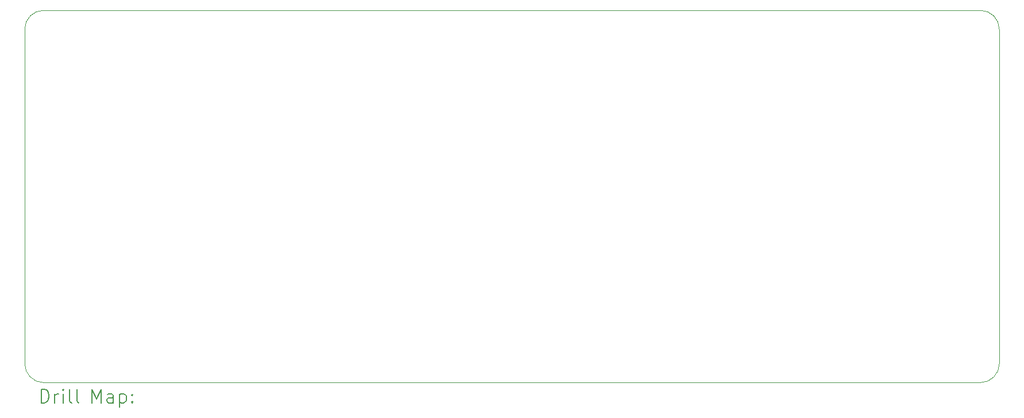
<source format=gbr>
%TF.GenerationSoftware,KiCad,Pcbnew,(7.0.0)*%
%TF.CreationDate,2023-02-28T23:10:04-06:00*%
%TF.ProjectId,MCD,4d43442e-6b69-4636-9164-5f7063625858,rev?*%
%TF.SameCoordinates,Original*%
%TF.FileFunction,Drillmap*%
%TF.FilePolarity,Positive*%
%FSLAX45Y45*%
G04 Gerber Fmt 4.5, Leading zero omitted, Abs format (unit mm)*
G04 Created by KiCad (PCBNEW (7.0.0)) date 2023-02-28 23:10:04*
%MOMM*%
%LPD*%
G01*
G04 APERTURE LIST*
%ADD10C,0.100000*%
%ADD11C,0.200000*%
G04 APERTURE END LIST*
D10*
X8190000Y-13620000D02*
X21990000Y-13620000D01*
X7910000Y-8410000D02*
X7910000Y-13340000D01*
X21990000Y-8130000D02*
X8190000Y-8130000D01*
X22270000Y-8410000D02*
G75*
G03*
X21990000Y-8130000I-280000J0D01*
G01*
X21990000Y-13620000D02*
G75*
G03*
X22270000Y-13340000I0J280000D01*
G01*
X7910000Y-13340000D02*
G75*
G03*
X8190000Y-13620000I280000J0D01*
G01*
X8190000Y-8130000D02*
G75*
G03*
X7910000Y-8410000I0J-280000D01*
G01*
X22270000Y-13340000D02*
X22270000Y-8410000D01*
D11*
X8152619Y-13918476D02*
X8152619Y-13718476D01*
X8152619Y-13718476D02*
X8200238Y-13718476D01*
X8200238Y-13718476D02*
X8228809Y-13728000D01*
X8228809Y-13728000D02*
X8247857Y-13747048D01*
X8247857Y-13747048D02*
X8257381Y-13766095D01*
X8257381Y-13766095D02*
X8266905Y-13804190D01*
X8266905Y-13804190D02*
X8266905Y-13832762D01*
X8266905Y-13832762D02*
X8257381Y-13870857D01*
X8257381Y-13870857D02*
X8247857Y-13889905D01*
X8247857Y-13889905D02*
X8228809Y-13908952D01*
X8228809Y-13908952D02*
X8200238Y-13918476D01*
X8200238Y-13918476D02*
X8152619Y-13918476D01*
X8352619Y-13918476D02*
X8352619Y-13785143D01*
X8352619Y-13823238D02*
X8362143Y-13804190D01*
X8362143Y-13804190D02*
X8371667Y-13794667D01*
X8371667Y-13794667D02*
X8390714Y-13785143D01*
X8390714Y-13785143D02*
X8409762Y-13785143D01*
X8476429Y-13918476D02*
X8476429Y-13785143D01*
X8476429Y-13718476D02*
X8466905Y-13728000D01*
X8466905Y-13728000D02*
X8476429Y-13737524D01*
X8476429Y-13737524D02*
X8485952Y-13728000D01*
X8485952Y-13728000D02*
X8476429Y-13718476D01*
X8476429Y-13718476D02*
X8476429Y-13737524D01*
X8600238Y-13918476D02*
X8581190Y-13908952D01*
X8581190Y-13908952D02*
X8571667Y-13889905D01*
X8571667Y-13889905D02*
X8571667Y-13718476D01*
X8705000Y-13918476D02*
X8685952Y-13908952D01*
X8685952Y-13908952D02*
X8676429Y-13889905D01*
X8676429Y-13889905D02*
X8676429Y-13718476D01*
X8901190Y-13918476D02*
X8901190Y-13718476D01*
X8901190Y-13718476D02*
X8967857Y-13861333D01*
X8967857Y-13861333D02*
X9034524Y-13718476D01*
X9034524Y-13718476D02*
X9034524Y-13918476D01*
X9215476Y-13918476D02*
X9215476Y-13813714D01*
X9215476Y-13813714D02*
X9205952Y-13794667D01*
X9205952Y-13794667D02*
X9186905Y-13785143D01*
X9186905Y-13785143D02*
X9148809Y-13785143D01*
X9148809Y-13785143D02*
X9129762Y-13794667D01*
X9215476Y-13908952D02*
X9196429Y-13918476D01*
X9196429Y-13918476D02*
X9148809Y-13918476D01*
X9148809Y-13918476D02*
X9129762Y-13908952D01*
X9129762Y-13908952D02*
X9120238Y-13889905D01*
X9120238Y-13889905D02*
X9120238Y-13870857D01*
X9120238Y-13870857D02*
X9129762Y-13851809D01*
X9129762Y-13851809D02*
X9148809Y-13842286D01*
X9148809Y-13842286D02*
X9196429Y-13842286D01*
X9196429Y-13842286D02*
X9215476Y-13832762D01*
X9310714Y-13785143D02*
X9310714Y-13985143D01*
X9310714Y-13794667D02*
X9329762Y-13785143D01*
X9329762Y-13785143D02*
X9367857Y-13785143D01*
X9367857Y-13785143D02*
X9386905Y-13794667D01*
X9386905Y-13794667D02*
X9396429Y-13804190D01*
X9396429Y-13804190D02*
X9405952Y-13823238D01*
X9405952Y-13823238D02*
X9405952Y-13880381D01*
X9405952Y-13880381D02*
X9396429Y-13899428D01*
X9396429Y-13899428D02*
X9386905Y-13908952D01*
X9386905Y-13908952D02*
X9367857Y-13918476D01*
X9367857Y-13918476D02*
X9329762Y-13918476D01*
X9329762Y-13918476D02*
X9310714Y-13908952D01*
X9491667Y-13899428D02*
X9501190Y-13908952D01*
X9501190Y-13908952D02*
X9491667Y-13918476D01*
X9491667Y-13918476D02*
X9482143Y-13908952D01*
X9482143Y-13908952D02*
X9491667Y-13899428D01*
X9491667Y-13899428D02*
X9491667Y-13918476D01*
X9491667Y-13794667D02*
X9501190Y-13804190D01*
X9501190Y-13804190D02*
X9491667Y-13813714D01*
X9491667Y-13813714D02*
X9482143Y-13804190D01*
X9482143Y-13804190D02*
X9491667Y-13794667D01*
X9491667Y-13794667D02*
X9491667Y-13813714D01*
M02*

</source>
